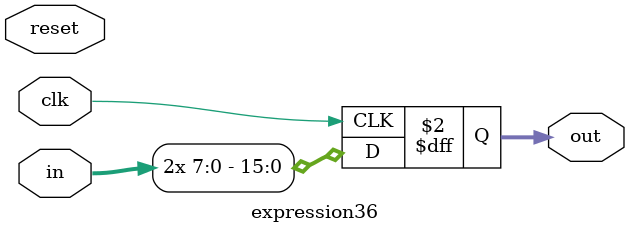
<source format=v>
module expression36
  #(parameter integer WIDTH = 8)
  (input wire               reset,
   input wire               clk,
   input wire [WIDTH-1:0]   in,
   output reg [2*WIDTH-1:0] out);

   always @(posedge clk) out <= {in, in};

endmodule

</source>
